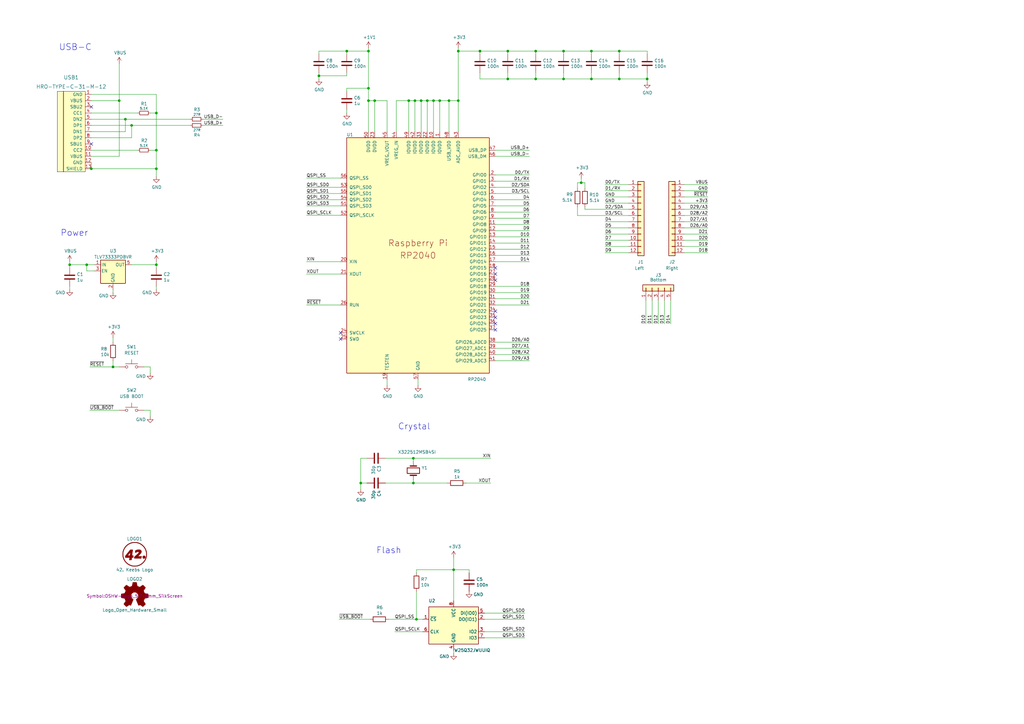
<source format=kicad_sch>
(kicad_sch (version 20211123) (generator eeschema)
  (paper "A3")
  (lib_symbols
    (symbol "42Keebs:42_Keebs_Logo" (pin_names (offset 1.016)))
    (symbol "Connector_Generic:Conn_01x05" (pin_names (offset 1.016) hide)
      (property "Reference" "J" (at 0 7.62 0))
      (property "Value" "Conn_01x05" (at 0 -7.62 0))
      (symbol "Conn_01x05_1_1"
        (pin passive line (at -5.08 5.08 0) (length 3.81) (name "Pin_1") (number "1"))
        (pin passive line (at -5.08 2.54 0) (length 3.81) (name "Pin_2") (number "2"))
        (pin passive line (at -5.08 0 0) (length 3.81) (name "Pin_3") (number "3"))
        (pin passive line (at -5.08 -2.54 0) (length 3.81) (name "Pin_4") (number "4"))
        (pin passive line (at -5.08 -5.08 0) (length 3.81) (name "Pin_5") (number "5"))
      )
    )
    (symbol "Connector_Generic:Conn_01x12" (pin_names (offset 1.016) hide)
      (property "Reference" "J" (at 0 15.24 0))
      (property "Value" "Conn_01x12" (at 0 -17.78 0))
      (symbol "Conn_01x12_1_1"
        (pin passive line (at -5.08 12.7 0) (length 3.81) (name "Pin_1") (number "1"))
        (pin passive line (at -5.08 -10.16 0) (length 3.81) (name "Pin_10") (number "10"))
        (pin passive line (at -5.08 -12.7 0) (length 3.81) (name "Pin_11") (number "11"))
        (pin passive line (at -5.08 -15.24 0) (length 3.81) (name "Pin_12") (number "12"))
        (pin passive line (at -5.08 10.16 0) (length 3.81) (name "Pin_2") (number "2"))
        (pin passive line (at -5.08 7.62 0) (length 3.81) (name "Pin_3") (number "3"))
        (pin passive line (at -5.08 5.08 0) (length 3.81) (name "Pin_4") (number "4"))
        (pin passive line (at -5.08 2.54 0) (length 3.81) (name "Pin_5") (number "5"))
        (pin passive line (at -5.08 0 0) (length 3.81) (name "Pin_6") (number "6"))
        (pin passive line (at -5.08 -2.54 0) (length 3.81) (name "Pin_7") (number "7"))
        (pin passive line (at -5.08 -5.08 0) (length 3.81) (name "Pin_8") (number "8"))
        (pin passive line (at -5.08 -7.62 0) (length 3.81) (name "Pin_9") (number "9"))
      )
    )
    (symbol "Device:C" (pin_numbers hide) (pin_names (offset 0.254))
      (property "Reference" "C" (at 0.635 2.54 0))
      (property "Value" "C" (at 0.635 -2.54 0))
      (symbol "C_1_1"
        (pin passive line (at 0 3.81 270) (length 2.794) (name "~") (number "1"))
        (pin passive line (at 0 -3.81 90) (length 2.794) (name "~") (number "2"))
      )
    )
    (symbol "Device:Crystal" (pin_numbers hide) (pin_names (offset 1.016) hide)
      (property "Reference" "Y" (at 0 3.81 0))
      (property "Value" "Crystal" (at 0 -3.81 0))
      (symbol "Crystal_1_1"
        (pin passive line (at -3.81 0 0) (length 1.27) (name "1") (number "1"))
        (pin passive line (at 3.81 0 180) (length 1.27) (name "2") (number "2"))
      )
    )
    (symbol "Device:R" (pin_numbers hide) (pin_names (offset 0))
      (property "Reference" "R" (at 2.032 0 90))
      (property "Value" "R" (at 0 0 90))
      (symbol "R_1_1"
        (pin passive line (at 0 3.81 270) (length 1.27) (name "~") (number "1"))
        (pin passive line (at 0 -3.81 90) (length 1.27) (name "~") (number "2"))
      )
    )
    (symbol "Device:R_Small" (pin_numbers hide) (pin_names (offset 0.254) hide)
      (property "Reference" "R" (at 0.762 0.508 0))
      (property "Value" "R_Small" (at 0.762 -1.016 0))
      (symbol "R_Small_1_1"
        (pin passive line (at 0 2.54 270) (length 0.762) (name "~") (number "1"))
        (pin passive line (at 0 -2.54 90) (length 0.762) (name "~") (number "2"))
      )
    )
    (symbol "Graphic:Logo_Open_Hardware_Small" (pin_names (offset 1.016)))
    (symbol "MCU_RaspberryPi_RP2040:RP2040" (pin_names (offset 1.016))
      (property "Reference" "U" (at -29.21 49.53 0))
      (property "Value" "RP2040" (at 24.13 -49.53 0))
      (symbol "RP2040_0_0"
        (text "Raspberry Pi" (at 0 5.08 0) (effects (font (size 2.54 2.54))))
        (text "RP2040" (at 0 0 0) (effects (font (size 2.54 2.54))))
      )
      (symbol "RP2040_1_1"
        (pin power_in line (at 8.89 50.8 270) (length 2.54) (name "IOVDD") (number "1"))
        (pin power_in line (at 6.35 50.8 270) (length 2.54) (name "IOVDD") (number "10"))
        (pin bidirectional line (at 31.75 12.7 180) (length 2.54) (name "GPIO8") (number "11"))
        (pin bidirectional line (at 31.75 10.16 180) (length 2.54) (name "GPIO9") (number "12"))
        (pin bidirectional line (at 31.75 7.62 180) (length 2.54) (name "GPIO10") (number "13"))
        (pin bidirectional line (at 31.75 5.08 180) (length 2.54) (name "GPIO11") (number "14"))
        (pin bidirectional line (at 31.75 2.54 180) (length 2.54) (name "GPIO12") (number "15"))
        (pin bidirectional line (at 31.75 0 180) (length 2.54) (name "GPIO13") (number "16"))
        (pin bidirectional line (at 31.75 -2.54 180) (length 2.54) (name "GPIO14") (number "17"))
        (pin bidirectional line (at 31.75 -5.08 180) (length 2.54) (name "GPIO15") (number "18"))
        (pin passive line (at -12.7 -50.8 90) (length 2.54) (name "TESTEN") (number "19"))
        (pin bidirectional line (at 31.75 33.02 180) (length 2.54) (name "GPIO0") (number "2"))
        (pin input line (at -31.75 -2.54 0) (length 2.54) (name "XIN") (number "20"))
        (pin passive line (at -31.75 -7.62 0) (length 2.54) (name "XOUT") (number "21"))
        (pin power_in line (at 3.81 50.8 270) (length 2.54) (name "IOVDD") (number "22"))
        (pin power_in line (at -17.78 50.8 270) (length 2.54) (name "DVDD") (number "23"))
        (pin output line (at -31.75 -31.75 0) (length 2.54) (name "SWCLK") (number "24"))
        (pin bidirectional line (at -31.75 -34.29 0) (length 2.54) (name "SWD") (number "25"))
        (pin input line (at -31.75 -20.32 0) (length 2.54) (name "RUN") (number "26"))
        (pin bidirectional line (at 31.75 -7.62 180) (length 2.54) (name "GPIO16") (number "27"))
        (pin bidirectional line (at 31.75 -10.16 180) (length 2.54) (name "GPIO17") (number "28"))
        (pin bidirectional line (at 31.75 -12.7 180) (length 2.54) (name "GPIO18") (number "29"))
        (pin bidirectional line (at 31.75 30.48 180) (length 2.54) (name "GPIO1") (number "3"))
        (pin bidirectional line (at 31.75 -15.24 180) (length 2.54) (name "GPIO19") (number "30"))
        (pin bidirectional line (at 31.75 -17.78 180) (length 2.54) (name "GPIO20") (number "31"))
        (pin bidirectional line (at 31.75 -20.32 180) (length 2.54) (name "GPIO21") (number "32"))
        (pin power_in line (at 1.27 50.8 270) (length 2.54) (name "IOVDD") (number "33"))
        (pin bidirectional line (at 31.75 -22.86 180) (length 2.54) (name "GPIO22") (number "34"))
        (pin bidirectional line (at 31.75 -25.4 180) (length 2.54) (name "GPIO23") (number "35"))
        (pin bidirectional line (at 31.75 -27.94 180) (length 2.54) (name "GPIO24") (number "36"))
        (pin bidirectional line (at 31.75 -30.48 180) (length 2.54) (name "GPIO25") (number "37"))
        (pin bidirectional line (at 31.75 -35.56 180) (length 2.54) (name "GPIO26_ADC0") (number "38"))
        (pin bidirectional line (at 31.75 -38.1 180) (length 2.54) (name "GPIO27_ADC1") (number "39"))
        (pin bidirectional line (at 31.75 27.94 180) (length 2.54) (name "GPIO2") (number "4"))
        (pin bidirectional line (at 31.75 -40.64 180) (length 2.54) (name "GPIO28_ADC2") (number "40"))
        (pin bidirectional line (at 31.75 -43.18 180) (length 2.54) (name "GPIO29_ADC3") (number "41"))
        (pin power_in line (at -1.27 50.8 270) (length 2.54) (name "IOVDD") (number "42"))
        (pin power_in line (at 16.51 50.8 270) (length 2.54) (name "ADC_AVDD") (number "43"))
        (pin power_in line (at -8.89 50.8 270) (length 2.54) (name "VREG_IN") (number "44"))
        (pin power_out line (at -12.7 50.8 270) (length 2.54) (name "VREG_VOUT") (number "45"))
        (pin bidirectional line (at 31.75 40.64 180) (length 2.54) (name "USB_DM") (number "46"))
        (pin bidirectional line (at 31.75 43.18 180) (length 2.54) (name "USB_DP") (number "47"))
        (pin power_in line (at 12.7 50.8 270) (length 2.54) (name "USB_VDD") (number "48"))
        (pin power_in line (at -3.81 50.8 270) (length 2.54) (name "IOVDD") (number "49"))
        (pin bidirectional line (at 31.75 25.4 180) (length 2.54) (name "GPIO3") (number "5"))
        (pin power_in line (at -20.32 50.8 270) (length 2.54) (name "DVDD") (number "50"))
        (pin bidirectional line (at -31.75 20.32 0) (length 2.54) (name "QSPI_SD3") (number "51"))
        (pin output line (at -31.75 16.51 0) (length 2.54) (name "QSPI_SCLK") (number "52"))
        (pin bidirectional line (at -31.75 27.94 0) (length 2.54) (name "QSPI_SD0") (number "53"))
        (pin bidirectional line (at -31.75 22.86 0) (length 2.54) (name "QSPI_SD2") (number "54"))
        (pin bidirectional line (at -31.75 25.4 0) (length 2.54) (name "QSPI_SD1") (number "55"))
        (pin bidirectional line (at -31.75 31.75 0) (length 2.54) (name "QSPI_SS") (number "56"))
        (pin power_in line (at 0 -50.8 90) (length 2.54) (name "GND") (number "57"))
        (pin bidirectional line (at 31.75 22.86 180) (length 2.54) (name "GPIO4") (number "6"))
        (pin bidirectional line (at 31.75 20.32 180) (length 2.54) (name "GPIO5") (number "7"))
        (pin bidirectional line (at 31.75 17.78 180) (length 2.54) (name "GPIO6") (number "8"))
        (pin bidirectional line (at 31.75 15.24 180) (length 2.54) (name "GPIO7") (number "9"))
      )
    )
    (symbol "Memory_Flash:W25Q32JVSS"
      (property "Reference" "U" (at -8.89 8.89 0))
      (property "Value" "W25Q32JVSS" (at 7.62 8.89 0))
      (symbol "W25Q32JVSS_1_1"
        (pin input line (at -12.7 2.54 0) (length 2.54) (name "~{CS}") (number "1"))
        (pin bidirectional line (at 12.7 2.54 180) (length 2.54) (name "DO(IO1)") (number "2"))
        (pin bidirectional line (at 12.7 -2.54 180) (length 2.54) (name "IO2") (number "3"))
        (pin power_in line (at 0 -10.16 90) (length 2.54) (name "GND") (number "4"))
        (pin bidirectional line (at 12.7 5.08 180) (length 2.54) (name "DI(IO0)") (number "5"))
        (pin input line (at -12.7 -2.54 0) (length 2.54) (name "CLK") (number "6"))
        (pin bidirectional line (at 12.7 -5.08 180) (length 2.54) (name "IO3") (number "7"))
        (pin power_in line (at 0 10.16 270) (length 2.54) (name "VCC") (number "8"))
      )
    )
    (symbol "Regulator_Linear:TLV73333PDBV" (pin_names (offset 0.254))
      (property "Reference" "U" (at -3.81 5.715 0))
      (property "Value" "TLV73333PDBV" (at 0 5.715 0))
      (symbol "TLV73333PDBV_1_1"
        (pin power_in line (at -7.62 2.54 0) (length 2.54) (name "IN") (number "1"))
        (pin power_in line (at 0 -7.62 90) (length 2.54) (name "GND") (number "2"))
        (pin input line (at -7.62 0 0) (length 2.54) (name "EN") (number "3"))
        (pin no_connect line (at 5.08 0 180) (length 2.54) hide (name "NC") (number "4"))
        (pin power_out line (at 7.62 2.54 180) (length 2.54) (name "OUT") (number "5"))
      )
    )
    (symbol "Switch:SW_Push" (pin_numbers hide) (pin_names (offset 1.016) hide)
      (property "Reference" "SW" (at 1.27 2.54 0))
      (property "Value" "SW_Push" (at 0 -1.524 0))
      (symbol "SW_Push_0_1"
        (pin passive line (at -5.08 0 0) (length 2.54) (name "1") (number "1"))
        (pin passive line (at 5.08 0 180) (length 2.54) (name "2") (number "2"))
      )
    )
    (symbol "Type-C:HRO-TYPE-C-31-M-12" (pin_names (offset 1.016))
      (property "Reference" "USB" (at -5.08 16.51 0))
      (property "Value" "HRO-TYPE-C-31-M-12" (at -10.16 -1.27 90))
      (symbol "HRO-TYPE-C-31-M-12_1_1"
        (pin input line (at 2.54 13.97 180) (length 2.54) (name "GND") (number "1"))
        (pin input line (at 2.54 -8.89 180) (length 2.54) (name "CC2") (number "10"))
        (pin input line (at 2.54 -11.43 180) (length 2.54) (name "VBUS") (number "11"))
        (pin input line (at 2.54 -13.97 180) (length 2.54) (name "GND") (number "12"))
        (pin input line (at 2.54 -16.51 180) (length 2.54) (name "SHIELD") (number "13"))
        (pin input line (at 2.54 11.43 180) (length 2.54) (name "VBUS") (number "2"))
        (pin input line (at 2.54 8.89 180) (length 2.54) (name "SBU2") (number "3"))
        (pin input line (at 2.54 6.35 180) (length 2.54) (name "CC1") (number "4"))
        (pin input line (at 2.54 3.81 180) (length 2.54) (name "DN2") (number "5"))
        (pin input line (at 2.54 1.27 180) (length 2.54) (name "DP1") (number "6"))
        (pin input line (at 2.54 -1.27 180) (length 2.54) (name "DN1") (number "7"))
        (pin input line (at 2.54 -3.81 180) (length 2.54) (name "DP2") (number "8"))
        (pin input line (at 2.54 -6.35 180) (length 2.54) (name "SBU1") (number "9"))
      )
    )
    (symbol "power:+1V1" (power) (pin_names (offset 0))
      (property "Value" "+1V1" (at 0 3.556 0))
      (symbol "+1V1_1_1"
        (pin power_in line (at 0 0 90) (length 0) hide (name "+1V1") (number "1"))
      )
    )
    (symbol "power:+3V3" (power) (pin_names (offset 0))
      (property "Value" "+3V3" (at 0 3.556 0))
      (symbol "+3V3_1_1"
        (pin power_in line (at 0 0 90) (length 0) hide (name "+3V3") (number "1"))
      )
    )
    (symbol "power:GND" (power) (pin_names (offset 0))
      (property "Value" "GND" (at 0 -3.81 0))
      (symbol "GND_1_1"
        (pin power_in line (at 0 0 270) (length 0) hide (name "GND") (number "1"))
      )
    )
    (symbol "power:VBUS" (power) (pin_names (offset 0))
      (property "Value" "VBUS" (at 0 3.81 0))
      (symbol "VBUS_1_1"
        (pin power_in line (at 0 0 90) (length 0) hide (name "VBUS") (number "1"))
      )
    )
  )
  (junction (at 130.81 31.115))
  (junction (at 254 32.385))
  (junction (at 238.379 74.93))
  (junction (at 242.57 32.385))
  (junction (at 35.56 108.585))
  (junction (at 208.28 32.385))
  (junction (at 170.18 41.275))
  (junction (at 28.575 108.585))
  (junction (at 172.72 41.275))
  (junction (at 219.71 32.385))
  (junction (at 184.15 41.275))
  (junction (at 242.57 20.955))
  (junction (at 142.24 20.955))
  (junction (at 64.135 46.355))
  (junction (at 231.14 32.385))
  (junction (at 265.43 32.385))
  (junction (at 64.135 108.585))
  (junction (at 187.96 20.955))
  (junction (at 167.64 41.275))
  (junction (at 170.815 254))
  (junction (at 254 20.955))
  (junction (at 219.71 20.955))
  (junction (at 169.545 198.12))
  (junction (at 177.8 41.275))
  (junction (at 151.13 20.955))
  (junction (at 175.26 41.275))
  (junction (at 48.895 41.275))
  (junction (at 153.67 41.275))
  (junction (at 151.13 36.195))
  (junction (at 53.975 51.435))
  (junction (at 51.435 48.895))
  (junction (at 46.355 150.495))
  (junction (at 187.96 41.275))
  (junction (at 180.34 41.275))
  (junction (at 208.28 20.955))
  (junction (at 169.545 187.96))
  (junction (at 37.465 69.215))
  (junction (at 196.85 20.955))
  (junction (at 231.14 20.955))
  (junction (at 186.055 233.68))
  (junction (at 64.135 61.595))
  (junction (at 151.13 41.275))
  (junction (at 64.135 69.215))
  (junction (at 147.955 198.12))
  (no_connect (at 139.7 139.065))
  (no_connect (at 203.2 112.395))
  (no_connect (at 203.2 114.935))
  (no_connect (at 37.465 59.055))
  (no_connect (at 203.2 109.855))
  (no_connect (at 203.2 127.635))
  (no_connect (at 139.7 136.525))
  (no_connect (at 203.2 132.715))
  (no_connect (at 203.2 130.175))
  (no_connect (at 203.2 135.255))
  (no_connect (at 37.465 43.815))
  (wire (pts (xy 147.955 187.96) (xy 147.955 198.12)))
  (wire (pts (xy 191.135 198.12) (xy 201.295 198.12)))
  (wire (pts (xy 37.465 46.355) (xy 56.515 46.355)))
  (wire (pts (xy 162.56 41.275) (xy 167.64 41.275)))
  (wire (pts (xy 231.14 22.225) (xy 231.14 20.955)))
  (wire (pts (xy 142.24 37.465) (xy 142.24 36.195)))
  (wire (pts (xy 59.055 150.495) (xy 61.595 150.495)))
  (wire (pts (xy 142.24 36.195) (xy 151.13 36.195)))
  (wire (pts (xy 275.082 132.842) (xy 275.082 123.19)))
  (wire (pts (xy 231.14 32.385) (xy 219.71 32.385)))
  (wire (pts (xy 254 22.225) (xy 254 20.955)))
  (wire (pts (xy 171.45 155.575) (xy 171.45 158.115)))
  (wire (pts (xy 28.575 107.315) (xy 28.575 108.585)))
  (wire (pts (xy 236.855 88.392) (xy 236.855 84.836)))
  (wire (pts (xy 37.465 53.975) (xy 51.435 53.975)))
  (wire (pts (xy 242.57 29.845) (xy 242.57 32.385)))
  (wire (pts (xy 35.56 111.125) (xy 35.56 108.585)))
  (wire (pts (xy 217.17 97.155) (xy 203.2 97.155)))
  (wire (pts (xy 159.385 254) (xy 170.815 254)))
  (wire (pts (xy 217.17 102.235) (xy 203.2 102.235)))
  (wire (pts (xy 130.81 31.115) (xy 142.24 31.115)))
  (wire (pts (xy 280.67 96.012) (xy 290.322 96.012)))
  (wire (pts (xy 36.83 168.275) (xy 48.895 168.275)))
  (wire (pts (xy 219.71 22.225) (xy 219.71 20.955)))
  (wire (pts (xy 186.055 233.68) (xy 186.055 246.38)))
  (wire (pts (xy 177.8 41.275) (xy 180.34 41.275)))
  (wire (pts (xy 170.815 254) (xy 173.355 254)))
  (wire (pts (xy 242.57 20.955) (xy 254 20.955)))
  (wire (pts (xy 270.002 132.842) (xy 270.002 123.19)))
  (wire (pts (xy 280.67 83.312) (xy 290.322 83.312)))
  (wire (pts (xy 217.17 145.415) (xy 203.2 145.415)))
  (wire (pts (xy 53.975 51.435) (xy 78.105 51.435)))
  (wire (pts (xy 219.71 29.845) (xy 219.71 32.385)))
  (wire (pts (xy 153.67 53.975) (xy 153.67 41.275)))
  (wire (pts (xy 187.96 20.955) (xy 196.85 20.955)))
  (wire (pts (xy 217.17 99.695) (xy 203.2 99.695)))
  (wire (pts (xy 254 29.845) (xy 254 32.385)))
  (wire (pts (xy 28.575 117.475) (xy 28.575 118.745)))
  (wire (pts (xy 248.158 80.772) (xy 257.81 80.772)))
  (wire (pts (xy 151.13 41.275) (xy 151.13 53.975)))
  (wire (pts (xy 37.465 66.675) (xy 37.465 69.215)))
  (wire (pts (xy 64.135 69.215) (xy 64.135 72.39)))
  (wire (pts (xy 37.465 69.215) (xy 64.135 69.215)))
  (wire (pts (xy 192.405 234.95) (xy 192.405 233.68)))
  (wire (pts (xy 267.462 132.842) (xy 267.462 123.19)))
  (wire (pts (xy 217.17 79.375) (xy 203.2 79.375)))
  (wire (pts (xy 51.435 48.895) (xy 37.465 48.895)))
  (wire (pts (xy 37.465 38.735) (xy 64.135 38.735)))
  (wire (pts (xy 37.465 64.135) (xy 48.895 64.135)))
  (wire (pts (xy 248.158 96.012) (xy 257.81 96.012)))
  (wire (pts (xy 64.135 38.735) (xy 64.135 46.355)))
  (wire (pts (xy 192.405 233.68) (xy 186.055 233.68)))
  (wire (pts (xy 280.67 78.232) (xy 290.322 78.232)))
  (wire (pts (xy 184.15 53.975) (xy 184.15 41.275)))
  (wire (pts (xy 242.57 22.225) (xy 242.57 20.955)))
  (wire (pts (xy 186.055 266.7) (xy 186.055 267.97)))
  (wire (pts (xy 37.465 61.595) (xy 56.515 61.595)))
  (wire (pts (xy 217.17 107.315) (xy 203.2 107.315)))
  (wire (pts (xy 198.755 261.62) (xy 215.265 261.62)))
  (wire (pts (xy 280.67 101.092) (xy 290.322 101.092)))
  (wire (pts (xy 158.75 53.975) (xy 158.75 41.275)))
  (wire (pts (xy 170.815 233.68) (xy 186.055 233.68)))
  (wire (pts (xy 208.28 22.225) (xy 208.28 20.955)))
  (wire (pts (xy 130.81 20.955) (xy 142.24 20.955)))
  (wire (pts (xy 48.895 26.035) (xy 48.895 41.275)))
  (wire (pts (xy 184.15 41.275) (xy 187.96 41.275)))
  (wire (pts (xy 158.115 187.96) (xy 169.545 187.96)))
  (wire (pts (xy 196.85 20.955) (xy 208.28 20.955)))
  (wire (pts (xy 217.17 92.075) (xy 203.2 92.075)))
  (wire (pts (xy 46.355 138.43) (xy 46.355 140.335)))
  (wire (pts (xy 51.435 53.975) (xy 51.435 48.895)))
  (wire (pts (xy 219.71 32.385) (xy 208.28 32.385)))
  (wire (pts (xy 248.158 93.472) (xy 257.81 93.472)))
  (wire (pts (xy 217.17 76.835) (xy 203.2 76.835)))
  (wire (pts (xy 280.67 75.692) (xy 290.322 75.692)))
  (wire (pts (xy 64.135 46.355) (xy 64.135 61.595)))
  (wire (pts (xy 186.055 228.6) (xy 186.055 233.68)))
  (wire (pts (xy 139.7 125.095) (xy 125.73 125.095)))
  (wire (pts (xy 130.81 31.115) (xy 130.81 32.385)))
  (wire (pts (xy 61.595 150.495) (xy 61.595 153.035)))
  (wire (pts (xy 187.96 20.955) (xy 187.96 41.275)))
  (wire (pts (xy 264.922 132.842) (xy 264.922 123.19)))
  (wire (pts (xy 130.81 22.225) (xy 130.81 20.955)))
  (wire (pts (xy 83.185 51.435) (xy 91.44 51.435)))
  (wire (pts (xy 130.81 29.845) (xy 130.81 31.115)))
  (wire (pts (xy 125.73 79.375) (xy 139.7 79.375)))
  (wire (pts (xy 175.26 41.275) (xy 177.8 41.275)))
  (wire (pts (xy 254 32.385) (xy 265.43 32.385)))
  (wire (pts (xy 169.545 187.96) (xy 201.295 187.96)))
  (wire (pts (xy 147.955 198.12) (xy 147.955 200.66)))
  (wire (pts (xy 151.765 254) (xy 139.065 254)))
  (wire (pts (xy 125.73 107.315) (xy 139.7 107.315)))
  (wire (pts (xy 208.28 20.955) (xy 219.71 20.955)))
  (wire (pts (xy 248.158 83.312) (xy 257.81 83.312)))
  (wire (pts (xy 64.135 61.595) (xy 64.135 69.215)))
  (wire (pts (xy 142.24 45.085) (xy 142.24 46.355)))
  (wire (pts (xy 217.17 89.535) (xy 203.2 89.535)))
  (wire (pts (xy 217.17 61.595) (xy 203.2 61.595)))
  (wire (pts (xy 158.115 198.12) (xy 169.545 198.12)))
  (wire (pts (xy 64.135 117.475) (xy 64.135 118.745)))
  (wire (pts (xy 208.28 32.385) (xy 196.85 32.385)))
  (wire (pts (xy 217.17 84.455) (xy 203.2 84.455)))
  (wire (pts (xy 172.72 53.975) (xy 172.72 41.275)))
  (wire (pts (xy 167.64 41.275) (xy 170.18 41.275)))
  (wire (pts (xy 198.755 259.08) (xy 215.265 259.08)))
  (wire (pts (xy 53.975 108.585) (xy 64.135 108.585)))
  (wire (pts (xy 53.975 56.515) (xy 53.975 51.435)))
  (wire (pts (xy 231.14 20.955) (xy 242.57 20.955)))
  (wire (pts (xy 167.64 53.975) (xy 167.64 41.275)))
  (wire (pts (xy 61.595 46.355) (xy 64.135 46.355)))
  (wire (pts (xy 242.57 32.385) (xy 231.14 32.385)))
  (wire (pts (xy 151.13 36.195) (xy 151.13 41.275)))
  (wire (pts (xy 280.67 103.632) (xy 290.322 103.632)))
  (wire (pts (xy 219.71 20.955) (xy 231.14 20.955)))
  (wire (pts (xy 139.7 112.395) (xy 125.73 112.395)))
  (wire (pts (xy 180.34 41.275) (xy 180.34 53.975)))
  (wire (pts (xy 38.735 108.585) (xy 35.56 108.585)))
  (wire (pts (xy 169.545 189.23) (xy 169.545 187.96)))
  (wire (pts (xy 64.135 108.585) (xy 64.135 109.855)))
  (wire (pts (xy 217.17 122.555) (xy 203.2 122.555)))
  (wire (pts (xy 175.26 53.975) (xy 175.26 41.275)))
  (wire (pts (xy 153.67 41.275) (xy 151.13 41.275)))
  (wire (pts (xy 48.895 64.135) (xy 48.895 41.275)))
  (wire (pts (xy 231.14 29.845) (xy 231.14 32.385)))
  (wire (pts (xy 217.17 140.335) (xy 203.2 140.335)))
  (wire (pts (xy 37.465 41.275) (xy 48.895 41.275)))
  (wire (pts (xy 158.75 155.575) (xy 158.75 158.115)))
  (wire (pts (xy 236.855 74.93) (xy 238.379 74.93)))
  (wire (pts (xy 170.18 41.275) (xy 172.72 41.275)))
  (wire (pts (xy 142.24 22.225) (xy 142.24 20.955)))
  (wire (pts (xy 180.34 41.275) (xy 184.15 41.275)))
  (wire (pts (xy 46.355 118.745) (xy 46.355 120.015)))
  (wire (pts (xy 125.73 84.455) (xy 139.7 84.455)))
  (wire (pts (xy 198.755 251.46) (xy 215.265 251.46)))
  (wire (pts (xy 217.17 147.955) (xy 203.2 147.955)))
  (wire (pts (xy 239.903 74.93) (xy 239.903 77.216)))
  (wire (pts (xy 51.435 48.895) (xy 78.105 48.895)))
  (wire (pts (xy 248.158 101.092) (xy 257.81 101.092)))
  (wire (pts (xy 46.355 150.495) (xy 48.895 150.495)))
  (wire (pts (xy 150.495 198.12) (xy 147.955 198.12)))
  (wire (pts (xy 170.815 234.95) (xy 170.815 233.68)))
  (wire (pts (xy 238.379 74.93) (xy 239.903 74.93)))
  (wire (pts (xy 172.72 41.275) (xy 175.26 41.275)))
  (wire (pts (xy 142.24 20.955) (xy 151.13 20.955)))
  (wire (pts (xy 217.17 142.875) (xy 203.2 142.875)))
  (wire (pts (xy 125.73 81.915) (xy 139.7 81.915)))
  (wire (pts (xy 35.56 108.585) (xy 28.575 108.585)))
  (wire (pts (xy 280.67 93.472) (xy 290.322 93.472)))
  (wire (pts (xy 139.7 88.265) (xy 125.73 88.265)))
  (wire (pts (xy 217.17 125.095) (xy 203.2 125.095)))
  (wire (pts (xy 280.67 88.392) (xy 290.322 88.392)))
  (wire (pts (xy 125.73 76.835) (xy 139.7 76.835)))
  (wire (pts (xy 37.465 51.435) (xy 53.975 51.435)))
  (wire (pts (xy 162.56 53.975) (xy 162.56 41.275)))
  (wire (pts (xy 36.83 150.495) (xy 46.355 150.495)))
  (wire (pts (xy 236.855 74.93) (xy 236.855 77.216)))
  (wire (pts (xy 272.542 132.842) (xy 272.542 123.19)))
  (wire (pts (xy 265.43 22.225) (xy 265.43 20.955)))
  (wire (pts (xy 248.158 98.552) (xy 257.81 98.552)))
  (wire (pts (xy 169.545 196.85) (xy 169.545 198.12)))
  (wire (pts (xy 265.43 29.845) (xy 265.43 32.385)))
  (wire (pts (xy 161.925 259.08) (xy 173.355 259.08)))
  (wire (pts (xy 38.735 111.125) (xy 35.56 111.125)))
  (wire (pts (xy 265.43 32.385) (xy 265.43 33.655)))
  (wire (pts (xy 239.903 85.852) (xy 257.81 85.852)))
  (wire (pts (xy 248.158 103.632) (xy 257.81 103.632)))
  (wire (pts (xy 239.903 84.836) (xy 239.903 85.852)))
  (wire (pts (xy 208.28 29.845) (xy 208.28 32.385)))
  (wire (pts (xy 280.67 80.772) (xy 290.322 80.772)))
  (wire (pts (xy 170.18 53.975) (xy 170.18 41.275)))
  (wire (pts (xy 158.75 41.275) (xy 153.67 41.275)))
  (wire (pts (xy 187.96 41.275) (xy 187.96 53.975)))
  (wire (pts (xy 169.545 198.12) (xy 183.515 198.12)))
  (wire (pts (xy 198.755 254) (xy 215.265 254)))
  (wire (pts (xy 217.17 86.995) (xy 203.2 86.995)))
  (wire (pts (xy 280.67 98.552) (xy 290.322 98.552)))
  (wire (pts (xy 46.355 147.955) (xy 46.355 150.495)))
  (wire (pts (xy 61.595 61.595) (xy 64.135 61.595)))
  (wire (pts (xy 196.85 29.845) (xy 196.85 32.385)))
  (wire (pts (xy 217.17 94.615) (xy 203.2 94.615)))
  (wire (pts (xy 248.158 75.692) (xy 257.81 75.692)))
  (wire (pts (xy 280.67 85.852) (xy 290.322 85.852)))
  (wire (pts (xy 280.67 90.932) (xy 290.322 90.932)))
  (wire (pts (xy 217.17 81.915) (xy 203.2 81.915)))
  (wire (pts (xy 142.24 31.115) (xy 142.24 29.845)))
  (wire (pts (xy 236.855 88.392) (xy 257.81 88.392)))
  (wire (pts (xy 254 20.955) (xy 265.43 20.955)))
  (wire (pts (xy 217.17 117.475) (xy 203.2 117.475)))
  (wire (pts (xy 248.158 78.232) (xy 257.81 78.232)))
  (wire (pts (xy 59.055 168.275) (xy 61.595 168.275)))
  (wire (pts (xy 83.185 48.895) (xy 91.44 48.895)))
  (wire (pts (xy 217.17 120.015) (xy 203.2 120.015)))
  (wire (pts (xy 139.7 73.025) (xy 125.73 73.025)))
  (wire (pts (xy 177.8 53.975) (xy 177.8 41.275)))
  (wire (pts (xy 217.17 104.775) (xy 203.2 104.775)))
  (wire (pts (xy 61.595 168.275) (xy 61.595 170.815)))
  (wire (pts (xy 254 32.385) (xy 242.57 32.385)))
  (wire (pts (xy 217.17 71.755) (xy 203.2 71.755)))
  (wire (pts (xy 37.465 56.515) (xy 53.975 56.515)))
  (wire (pts (xy 151.13 19.685) (xy 151.13 20.955)))
  (wire (pts (xy 28.575 109.855) (xy 28.575 108.585)))
  (wire (pts (xy 187.96 19.685) (xy 187.96 20.955)))
  (wire (pts (xy 151.13 20.955) (xy 151.13 36.195)))
  (wire (pts (xy 170.815 242.57) (xy 170.815 254)))
  (wire (pts (xy 64.135 107.315) (xy 64.135 108.585)))
  (wire (pts (xy 196.85 22.225) (xy 196.85 20.955)))
  (wire (pts (xy 150.495 187.96) (xy 147.955 187.96)))
  (wire (pts (xy 217.17 64.135) (xy 203.2 64.135)))
  (wire (pts (xy 238.379 73.152) (xy 238.379 74.93)))
  (wire (pts (xy 217.17 74.295) (xy 203.2 74.295)))
  (wire (pts (xy 248.158 90.932) (xy 257.81 90.932)))
  (text "Power" (at 24.765 97.155 0) (effects (font (size 2.54 2.54)) (justify left bottom)))
  (text "Crystal" (at 163.195 176.53 0) (effects (font (size 2.54 2.54)) (justify left bottom)))
  (text "Flash" (at 154.305 227.33 0) (effects (font (size 2.54 2.54)) (justify left bottom)))
  (text "USB-C" (at 24.13 20.955 0) (effects (font (size 2.54 2.54)) (justify left bottom)))
  (label "D8" (at 248.158 101.092 0) (effects (font (size 1.2446 1.2446))))
  (label "D4" (at 248.158 90.932 0) (effects (font (size 1.2446 1.2446))))
  (label "QSPI_SD2" (at 215.265 259.08 180))
  (label "D10" (at 217.17 97.155 180) (effects (font (size 1.2446 1.2446))))
  (label "XIN" (at 125.73 107.315 0))
  (label "D19" (at 290.322 101.092 180) (effects (font (size 1.2446 1.2446))))
  (label "USB_D-" (at 91.44 48.895 180))
  (label "D1{slash}RX" (at 217.17 74.295 180) (effects (font (size 1.2446 1.2446))))
  (label "XOUT" (at 201.295 198.12 180))
  (label "D3{slash}SCL" (at 217.17 79.375 180) (effects (font (size 1.2446 1.2446))))
  (label "D3{slash}SCL" (at 248.158 88.392 0) (effects (font (size 1.2446 1.2446))))
  (label "QSPI_SD2" (at 125.73 81.915 0))
  (label "D7" (at 217.17 89.535 180) (effects (font (size 1.2446 1.2446))))
  (label "D27{slash}A1" (at 290.322 90.932 180) (effects (font (size 1.2446 1.2446))))
  (label "D26{slash}A0" (at 217.17 140.335 180) (effects (font (size 1.2446 1.2446))))
  (label "D10" (at 264.922 132.842 90) (effects (font (size 1.2446 1.2446))))
  (label "QSPI_SD0" (at 125.73 76.835 0))
  (label "D5" (at 217.17 84.455 180) (effects (font (size 1.2446 1.2446))))
  (label "GND" (at 248.158 83.312 0) (effects (font (size 1.2446 1.2446))))
  (label "+3V3" (at 290.322 83.312 180) (effects (font (size 1.2446 1.2446))))
  (label "D14" (at 217.17 107.315 180) (effects (font (size 1.2446 1.2446))))
  (label "XOUT" (at 125.73 112.395 0))
  (label "QSPI_SD3" (at 215.265 261.62 180))
  (label "D9" (at 248.158 103.632 0) (effects (font (size 1.2446 1.2446))))
  (label "USB_D-" (at 217.17 64.135 180))
  (label "~{RESET}" (at 36.83 150.495 0))
  (label "D6" (at 217.17 86.995 180) (effects (font (size 1.2446 1.2446))))
  (label "D18" (at 217.17 117.475 180) (effects (font (size 1.2446 1.2446))))
  (label "D1{slash}RX" (at 248.158 78.232 0) (effects (font (size 1.2446 1.2446))))
  (label "D6" (at 248.158 96.012 0) (effects (font (size 1.2446 1.2446))))
  (label "~{RESET}" (at 125.73 125.095 0))
  (label "VBUS" (at 290.322 75.692 180) (effects (font (size 1.2446 1.2446))))
  (label "D7" (at 248.158 98.552 0) (effects (font (size 1.2446 1.2446))))
  (label "D13" (at 272.542 132.842 90) (effects (font (size 1.2446 1.2446))))
  (label "D5" (at 248.158 93.472 0) (effects (font (size 1.2446 1.2446))))
  (label "D28{slash}A2" (at 290.322 88.392 180) (effects (font (size 1.2446 1.2446))))
  (label "D11" (at 267.462 132.842 90) (effects (font (size 1.2446 1.2446))))
  (label "GND" (at 290.322 78.232 180) (effects (font (size 1.2446 1.2446))))
  (label "D4" (at 217.17 81.915 180) (effects (font (size 1.2446 1.2446))))
  (label "D12" (at 270.002 132.842 90) (effects (font (size 1.2446 1.2446))))
  (label "QSPI_SD1" (at 215.265 254 180))
  (label "USB_D+" (at 217.17 61.595 180))
  (label "D28{slash}A2" (at 217.17 145.415 180) (effects (font (size 1.2446 1.2446))))
  (label "D29{slash}A3" (at 217.17 147.955 180) (effects (font (size 1.2446 1.2446))))
  (label "D0{slash}TX" (at 248.158 75.692 0) (effects (font (size 1.2446 1.2446))))
  (label "D13" (at 217.17 104.775 180) (effects (font (size 1.2446 1.2446))))
  (label "XIN" (at 201.295 187.96 180))
  (label "~{USB_BOOT}" (at 139.065 254 0))
  (label "D29{slash}A3" (at 290.322 85.852 180) (effects (font (size 1.2446 1.2446))))
  (label "GND" (at 248.158 80.772 0) (effects (font (size 1.2446 1.2446))))
  (label "D11" (at 217.17 99.695 180) (effects (font (size 1.2446 1.2446))))
  (label "QSPI_SD1" (at 125.73 79.375 0))
  (label "D21" (at 290.322 96.012 180) (effects (font (size 1.2446 1.2446))))
  (label "D21" (at 217.17 125.095 180) (effects (font (size 1.2446 1.2446))))
  (label "~{RESET}" (at 290.322 80.772 180) (effects (font (size 1.2446 1.2446))))
  (label "D18" (at 290.322 103.632 180) (effects (font (size 1.2446 1.2446))))
  (label "D26{slash}A0" (at 290.322 93.472 180) (effects (font (size 1.2446 1.2446))))
  (label "D20" (at 290.322 98.552 180) (effects (font (size 1.2446 1.2446))))
  (label "D9" (at 217.17 94.615 180) (effects (font (size 1.2446 1.2446))))
  (label "QSPI_SD3" (at 125.73 84.455 0))
  (label "QSPI_SS" (at 161.925 254 0))
  (label "D0{slash}TX" (at 217.17 71.755 180) (effects (font (size 1.2446 1.2446))))
  (label "USB_D+" (at 91.44 51.435 180))
  (label "D27{slash}A1" (at 217.17 142.875 180) (effects (font (size 1.2446 1.2446))))
  (label "D20" (at 217.17 122.555 180) (effects (font (size 1.2446 1.2446))))
  (label "D14" (at 275.082 132.842 90) (effects (font (size 1.2446 1.2446))))
  (label "D2{slash}SDA" (at 248.158 85.852 0) (effects (font (size 1.2446 1.2446))))
  (label "~{USB_BOOT}" (at 36.83 168.275 0))
  (label "QSPI_SCLK" (at 125.73 88.265 0))
  (label "D12" (at 217.17 102.235 180) (effects (font (size 1.2446 1.2446))))
  (label "QSPI_SCLK" (at 161.925 259.08 0))
  (label "QSPI_SD0" (at 215.265 251.46 180))
  (label "D8" (at 217.17 92.075 180) (effects (font (size 1.2446 1.2446))))
  (label "QSPI_SS" (at 125.73 73.025 0))
  (label "D19" (at 217.17 120.015 180) (effects (font (size 1.2446 1.2446))))
  (label "D2{slash}SDA" (at 217.17 76.835 180) (effects (font (size 1.2446 1.2446))))
  (symbol (lib_id "Device:R") (at 187.325 198.12 270) (unit 1)
    (property "Reference" "R5" (at 187.452 193.2686 90))
    (property "Value" "1k" (at 187.452 195.58 90))
    (property "Footprint" "Resistor_SMD:R_0402_1005Metric" (effects hide))
  )
  (symbol (lib_id "Device:R") (at 239.903 81.026 0) (unit 1)
    (property "Reference" "R10" (at 241.681 79.8576 0) (effects (justify left)))
    (property "Value" "5.1k" (at 241.681 82.169 0) (effects (justify left)))
    (property "Footprint" "Resistor_SMD:R_0402_1005Metric" (effects hide))
  )
  (symbol (lib_id "power:+3V3") (at 186.055 228.6 0) (unit 1)
    (property "Reference" "#PWR0135" (effects hide))
    (property "Value" "+3V3" (at 186.436 224.2058 0))
  )
  (symbol (lib_id "Device:R_Small") (at 59.055 46.355 270) (unit 1)
    (property "Reference" "R1" (at 59.055 42.545 90))
    (property "Value" "5.1K" (at 59.055 44.45 90) (effects (font (size 0.9906 0.9906))))
    (property "Footprint" "Resistor_SMD:R_0402_1005Metric" (effects hide))
  )
  (symbol (lib_id "Connector_Generic:Conn_01x12") (at 275.59 88.392 0) (mirror y) (unit 1)
    (property "Reference" "J2" (at 276.86 107.442 0) (effects (justify left)))
    (property "Value" "Right" (at 278.13 109.982 0) (effects (justify left)))
    (property "Footprint" "42keebs:PinHeader_1x12_P2.54mm_Vertical_Plain" (effects hide))
  )
  (symbol (lib_id "Device:R") (at 236.855 81.026 180) (unit 1)
    (property "Reference" "R9" (at 234.95 79.756 0) (effects (justify left)))
    (property "Value" "5.1k" (at 234.823 82.042 0) (effects (justify left)))
    (property "Footprint" "Resistor_SMD:R_0402_1005Metric" (effects hide))
  )
  (symbol (lib_id "Type-C:HRO-TYPE-C-31-M-12") (at 34.925 52.705 0) (unit 1)
    (property "Reference" "USB1" (at 29.21 31.75 0) (effects (font (size 1.524 1.524))))
    (property "Value" "HRO-TYPE-C-31-M-12" (at 29.21 35.56 0) (effects (font (size 1.524 1.524))))
    (property "Footprint" "Type-C:HRO-TYPE-C-31-M-12" (effects hide))
  )
  (symbol (lib_id "power:GND") (at 28.575 118.745 0) (unit 1)
    (property "Reference" "#PWR0127" (effects hide))
    (property "Value" "GND" (at 24.765 120.015 0))
  )
  (symbol (lib_id "Switch:SW_Push") (at 53.975 168.275 0) (unit 1)
    (property "Reference" "SW2" (at 53.975 160.02 0))
    (property "Value" "USB BOOT" (at 53.975 162.56 0))
    (property "Footprint" "Button_Switch_SMD:SW_SPST_CK_KXT3" (effects hide))
    (property "LCSC" "C319433" (effects hide))
  )
  (symbol (lib_id "power:VBUS") (at 28.575 107.315 0) (unit 1)
    (property "Reference" "#PWR0128" (effects hide))
    (property "Value" "VBUS" (at 28.956 102.9208 0))
  )
  (symbol (lib_id "Device:C") (at 196.85 26.035 0) (unit 1)
    (property "Reference" "C10" (at 199.771 24.8666 0) (effects (justify left)))
    (property "Value" "100n" (at 199.771 27.178 0) (effects (justify left)))
    (property "Footprint" "Capacitor_SMD:C_0402_1005Metric" (effects hide))
  )
  (symbol (lib_id "power:+3V3") (at 238.379 73.152 0) (unit 1)
    (property "Reference" "#PWR04" (effects hide))
    (property "Value" "+3V3" (at 238.76 68.7578 0))
  )
  (symbol (lib_id "Device:R") (at 155.575 254 270) (unit 1)
    (property "Reference" "R6" (at 155.702 249.174 90))
    (property "Value" "1k" (at 155.702 251.4854 90))
    (property "Footprint" "Resistor_SMD:R_0402_1005Metric" (effects hide))
  )
  (symbol (lib_id "power:GND") (at 158.75 158.115 0) (unit 1)
    (property "Reference" "#PWR0132" (effects hide))
    (property "Value" "GND" (at 158.877 162.5092 0))
  )
  (symbol (lib_id "power:GND") (at 64.135 72.39 0) (unit 1)
    (property "Reference" "#PWR0125" (effects hide))
    (property "Value" "GND" (at 64.262 76.7842 0))
  )
  (symbol (lib_id "power:+1V1") (at 151.13 19.685 0) (unit 1)
    (property "Reference" "#PWR0123" (effects hide))
    (property "Value" "+1V1" (at 151.511 15.2908 0))
  )
  (symbol (lib_id "Device:C") (at 64.135 113.665 0) (unit 1)
    (property "Reference" "C2" (at 67.056 112.4966 0) (effects (justify left)))
    (property "Value" "1u" (at 67.056 114.808 0) (effects (justify left)))
    (property "Footprint" "Capacitor_SMD:C_0402_1005Metric" (effects hide))
  )
  (symbol (lib_id "power:GND") (at 142.24 46.355 0) (unit 1)
    (property "Reference" "#PWR0121" (effects hide))
    (property "Value" "GND" (at 142.367 50.7492 0))
  )
  (symbol (lib_id "Graphic:Logo_Open_Hardware_Small") (at 55.245 244.475 0) (unit 1)
    (property "Reference" "LOGO2" (at 55.245 237.49 0))
    (property "Value" "Logo_Open_Hardware_Small" (at 55.245 250.19 0))
    (property "Footprint" "Symbol:OSHW-Logo_5.7x6mm_SilkScreen" (at 55.245 244.475 0))
  )
  (symbol (lib_id "power:GND") (at 265.43 33.655 0) (unit 1)
    (property "Reference" "#PWR0126" (effects hide))
    (property "Value" "GND" (at 265.557 38.0492 0))
  )
  (symbol (lib_id "power:GND") (at 64.135 118.745 0) (unit 1)
    (property "Reference" "#PWR0130" (effects hide))
    (property "Value" "GND" (at 60.325 120.015 0))
  )
  (symbol (lib_id "Device:C") (at 231.14 26.035 0) (unit 1)
    (property "Reference" "C13" (at 234.061 24.8666 0) (effects (justify left)))
    (property "Value" "100n" (at 234.061 27.178 0) (effects (justify left)))
    (property "Footprint" "Capacitor_SMD:C_0402_1005Metric" (effects hide))
  )
  (symbol (lib_id "Device:C") (at 130.81 26.035 0) (unit 1)
    (property "Reference" "C8" (at 133.731 24.8666 0) (effects (justify left)))
    (property "Value" "100n" (at 133.731 27.178 0) (effects (justify left)))
    (property "Footprint" "Capacitor_SMD:C_0402_1005Metric" (effects hide))
  )
  (symbol (lib_id "Device:C") (at 242.57 26.035 0) (unit 1)
    (property "Reference" "C14" (at 245.491 24.8666 0) (effects (justify left)))
    (property "Value" "100n" (at 245.491 27.178 0) (effects (justify left)))
    (property "Footprint" "Capacitor_SMD:C_0402_1005Metric" (effects hide))
  )
  (symbol (lib_id "Device:C") (at 254 26.035 0) (unit 1)
    (property "Reference" "C15" (at 256.921 24.8666 0) (effects (justify left)))
    (property "Value" "100n" (at 256.921 27.178 0) (effects (justify left)))
    (property "Footprint" "Capacitor_SMD:C_0402_1005Metric" (effects hide))
  )
  (symbol (lib_id "Device:R_Small") (at 80.645 51.435 90) (mirror x) (unit 1)
    (property "Reference" "R4" (at 80.772 55.372 90))
    (property "Value" "27R" (at 80.772 53.34 90) (effects (font (size 0.9906 0.9906))))
    (property "Footprint" "Resistor_SMD:R_0402_1005Metric" (effects hide))
  )
  (symbol (lib_id "Device:R") (at 170.815 238.76 0) (unit 1)
    (property "Reference" "R7" (at 172.593 237.5916 0) (effects (justify left)))
    (property "Value" "10k" (at 172.593 239.903 0) (effects (justify left)))
    (property "Footprint" "Resistor_SMD:R_0402_1005Metric" (effects hide))
  )
  (symbol (lib_id "power:+3V3") (at 46.355 138.43 0) (unit 1)
    (property "Reference" "#PWR01" (effects hide))
    (property "Value" "+3V3" (at 46.736 134.0358 0))
  )
  (symbol (lib_id "power:GND") (at 171.45 158.115 0) (unit 1)
    (property "Reference" "#PWR0133" (effects hide))
    (property "Value" "GND" (at 171.577 162.5092 0))
  )
  (symbol (lib_id "power:+3V3") (at 187.96 19.685 0) (unit 1)
    (property "Reference" "#PWR0119" (effects hide))
    (property "Value" "+3V3" (at 188.341 15.2908 0))
  )
  (symbol (lib_id "Memory_Flash:W25Q32JVSS") (at 186.055 256.54 0) (unit 1)
    (property "Reference" "U2" (at 177.165 246.38 0))
    (property "Value" "W25Q32JWUUIQ" (at 193.675 266.7 0))
    (property "Footprint" "42keebs:USON-8_4x3mm_P0.8mm" (effects hide))
    (property "Datasheet" "http://www.winbond.com/resource-files/w25q32jv%20revg%2003272018%20plus.pdf" (effects hide))
    (property "LCSC" "C2760370" (effects hide))
  )
  (symbol (lib_id "Device:C") (at 154.305 187.96 270) (unit 1)
    (property "Reference" "C3" (at 155.4734 190.881 0) (effects (justify left)))
    (property "Value" "30p" (at 153.162 190.881 0) (effects (justify left)))
    (property "Footprint" "Capacitor_SMD:C_0402_1005Metric" (effects hide))
  )
  (symbol (lib_id "power:GND") (at 61.595 153.035 0) (unit 1)
    (property "Reference" "#PWR02" (effects hide))
    (property "Value" "GND" (at 57.785 154.305 0))
  )
  (symbol (lib_id "power:GND") (at 147.955 200.66 0) (unit 1)
    (property "Reference" "#PWR0134" (effects hide))
    (property "Value" "GND" (at 148.082 205.0542 0))
  )
  (symbol (lib_id "Device:R_Small") (at 59.055 61.595 270) (unit 1)
    (property "Reference" "R2" (at 59.182 57.658 90))
    (property "Value" "5.1K" (at 59.055 59.69 90) (effects (font (size 0.9906 0.9906))))
    (property "Footprint" "Resistor_SMD:R_0402_1005Metric" (effects hide))
  )
  (symbol (lib_id "Device:C") (at 265.43 26.035 0) (unit 1)
    (property "Reference" "C16" (at 268.351 24.8666 0) (effects (justify left)))
    (property "Value" "100n" (at 268.351 27.178 0) (effects (justify left)))
    (property "Footprint" "Capacitor_SMD:C_0402_1005Metric" (effects hide))
  )
  (symbol (lib_id "Device:R") (at 46.355 144.145 0) (unit 1)
    (property "Reference" "R8" (at 41.275 143.1036 0) (effects (justify left)))
    (property "Value" "10k" (at 41.275 145.415 0) (effects (justify left)))
    (property "Footprint" "Resistor_SMD:R_0402_1005Metric" (effects hide))
  )
  (symbol (lib_id "power:GND") (at 130.81 32.385 0) (unit 1)
    (property "Reference" "#PWR0122" (effects hide))
    (property "Value" "GND" (at 130.937 36.7792 0))
  )
  (symbol (lib_id "power:GND") (at 192.405 242.57 0) (unit 1)
    (property "Reference" "#PWR0137" (effects hide))
    (property "Value" "GND" (at 196.215 243.84 0))
  )
  (symbol (lib_id "Device:C") (at 192.405 238.76 0) (unit 1)
    (property "Reference" "C5" (at 195.326 237.5916 0) (effects (justify left)))
    (property "Value" "100n" (at 195.326 239.903 0) (effects (justify left)))
    (property "Footprint" "Capacitor_SMD:C_0402_1005Metric" (effects hide))
  )
  (symbol (lib_id "Device:C") (at 142.24 41.275 0) (unit 1)
    (property "Reference" "C6" (at 145.161 40.1066 0) (effects (justify left)))
    (property "Value" "1u" (at 145.161 42.418 0) (effects (justify left)))
    (property "Footprint" "Capacitor_SMD:C_0402_1005Metric" (effects hide))
  )
  (symbol (lib_id "Device:R_Small") (at 80.645 48.895 90) (unit 1)
    (property "Reference" "R3" (at 80.772 44.958 90))
    (property "Value" "27R" (at 80.772 46.99 90) (effects (font (size 0.9906 0.9906))))
    (property "Footprint" "Resistor_SMD:R_0402_1005Metric" (effects hide))
  )
  (symbol (lib_id "power:GND") (at 186.055 267.97 0) (unit 1)
    (property "Reference" "#PWR0138" (effects hide))
    (property "Value" "GND" (at 182.245 269.24 0))
  )
  (symbol (lib_id "Device:C") (at 28.575 113.665 0) (unit 1)
    (property "Reference" "C1" (at 31.496 112.4966 0) (effects (justify left)))
    (property "Value" "1u" (at 31.496 114.808 0) (effects (justify left)))
    (property "Footprint" "Capacitor_SMD:C_0402_1005Metric" (effects hide))
  )
  (symbol (lib_id "Device:C") (at 142.24 26.035 0) (unit 1)
    (property "Reference" "C9" (at 145.161 24.8666 0) (effects (justify left)))
    (property "Value" "100n" (at 145.161 27.178 0) (effects (justify left)))
    (property "Footprint" "Capacitor_SMD:C_0402_1005Metric" (effects hide))
  )
  (symbol (lib_id "42Keebs:42_Keebs_Logo") (at 55.245 227.33 0) (unit 1)
    (property "Reference" "LOGO1" (at 55.245 220.98 0))
    (property "Value" "42. Keebs Logo" (at 55.245 233.68 0))
    (property "Footprint" "42keebs:42Keebs-icon-10mm-SilkS" (effects hide))
  )
  (symbol (lib_id "Regulator_Linear:TLV73333PDBV") (at 46.355 111.125 0) (unit 1)
    (property "Reference" "U3" (at 46.355 102.87 0))
    (property "Value" "TLV73333PDBVR" (at 46.355 105.41 0))
    (property "Footprint" "Package_TO_SOT_SMD:SOT-23-5" (effects hide))
    (property "Datasheet" "http://www.ti.com/lit/ds/symlink/tlv733p.pdf" (effects hide))
  )
  (symbol (lib_id "Device:C") (at 208.28 26.035 0) (unit 1)
    (property "Reference" "C11" (at 211.201 24.8666 0) (effects (justify left)))
    (property "Value" "100n" (at 211.201 27.178 0) (effects (justify left)))
    (property "Footprint" "Capacitor_SMD:C_0402_1005Metric" (effects hide))
  )
  (symbol (lib_id "power:+3V3") (at 64.135 107.315 0) (unit 1)
    (property "Reference" "#PWR0129" (effects hide))
    (property "Value" "+3V3" (at 64.516 102.9208 0))
  )
  (symbol (lib_id "Device:Crystal") (at 169.545 193.04 270) (unit 1)
    (property "Reference" "Y1" (at 172.8724 191.8716 90) (effects (justify left)))
    (property "Value" "X322512MSB4SI" (at 163.195 185.42 90) (effects (justify left)))
    (property "Footprint" "Crystal:Crystal_SMD_3225-4Pin_3.2x2.5mm" (effects hide))
    (property "PartNo" "C9002" (effects hide))
  )
  (symbol (lib_id "MCU_RaspberryPi_RP2040:RP2040") (at 171.45 104.775 0) (unit 1)
    (property "Reference" "U1" (at 143.51 55.245 0))
    (property "Value" "RP2040" (at 195.58 155.575 0))
    (property "Footprint" "RP2040_minimal:RP2040-QFN-56" (effects hide))
  )
  (symbol (lib_id "power:VBUS") (at 48.895 26.035 0) (unit 1)
    (property "Reference" "#PWR0124" (effects hide))
    (property "Value" "VBUS" (at 49.276 21.6408 0))
  )
  (symbol (lib_id "Switch:SW_Push") (at 53.975 150.495 0) (unit 1)
    (property "Reference" "SW1" (at 53.975 142.24 0))
    (property "Value" "RESET" (at 53.975 144.78 0))
    (property "Footprint" "Button_Switch_SMD:SW_SPST_CK_KXT3" (effects hide))
    (property "LCSC" "C319433" (effects hide))
  )
  (symbol (lib_id "Connector_Generic:Conn_01x05") (at 270.002 118.11 90) (unit 1)
    (property "Reference" "J3" (at 270.0274 112.8522 90))
    (property "Value" "Bottom" (at 270.0274 114.7572 90))
    (property "Footprint" "42keebs:PinHeader_1x05_P2.54mm_Vertical_Plain" (effects hide))
  )
  (symbol (lib_id "Connector_Generic:Conn_01x12") (at 262.89 88.392 0) (unit 1)
    (property "Reference" "J1" (at 261.62 107.442 0) (effects (justify left)))
    (property "Value" "Left" (at 260.35 109.982 0) (effects (justify left)))
    (property "Footprint" "42keebs:PinHeader_1x12_P2.54mm_Vertical_Plain" (effects hide))
  )
  (symbol (lib_id "Device:C") (at 219.71 26.035 0) (unit 1)
    (property "Reference" "C12" (at 222.631 24.8666 0) (effects (justify left)))
    (property "Value" "100n" (at 222.631 27.178 0) (effects (justify left)))
    (property "Footprint" "Capacitor_SMD:C_0402_1005Metric" (effects hide))
  )
  (symbol (lib_id "power:GND") (at 61.595 170.815 0) (unit 1)
    (property "Reference" "#PWR03" (effects hide))
    (property "Value" "GND" (at 57.785 172.085 0))
  )
  (symbol (lib_id "Device:C") (at 154.305 198.12 270) (unit 1)
    (property "Reference" "C4" (at 155.4734 201.041 0) (effects (justify left)))
    (property "Value" "30p" (at 153.162 201.041 0) (effects (justify left)))
    (property "Footprint" "Capacitor_SMD:C_0402_1005Metric" (effects hide))
  )
  (symbol (lib_id "power:GND") (at 46.355 120.015 0) (unit 1)
    (property "Reference" "#PWR0131" (effects hide))
    (property "Value" "GND" (at 42.545 121.285 0))
  )
)
</source>
